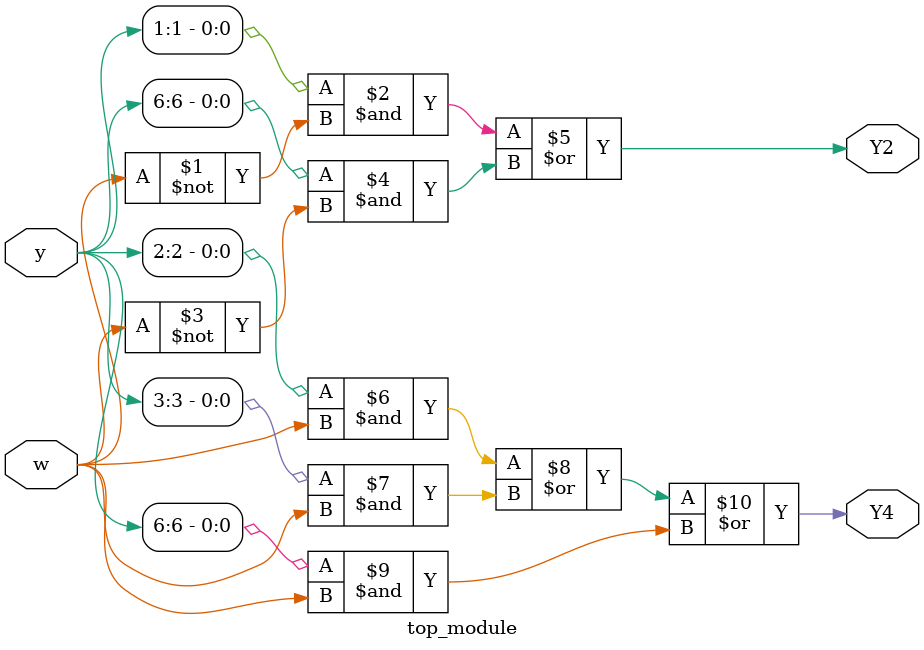
<source format=sv>
module top_module (
    input [6:1] y,
    input w,
    output Y2,
    output Y4
);

    // State encoding:
    // y = 000001 for state A
    // y = 000010 for state B
    // y = 000100 for state C
    // y = 001000 for state D
    // y = 010000 for state E
    // y = 100000 for state F

    // Next-state logic for Y2 (state B):
    // B (y[2]) is set to 1 if previous state is A and input w is 0 (A --0--> B)
    // B (y[2]) is set to 1 if previous state is F and input w is 0 (F --0--> C)
    assign Y2 = (y[1] & ~w) | (y[6] & ~w);

    // Next-state logic for Y4 (state D):
    // D (y[4]) is set to 1 if previous state is B and input w is 1 (B --1--> D)
    // D (y[4]) is set to 1 if previous state is C and input w is 1 (C --1--> D)
    // D (y[4]) is set to 1 if previous state is F and input w is 1 (F --1--> D)
    assign Y4 = (y[2] & w) | (y[3] & w) | (y[6] & w);

endmodule

</source>
